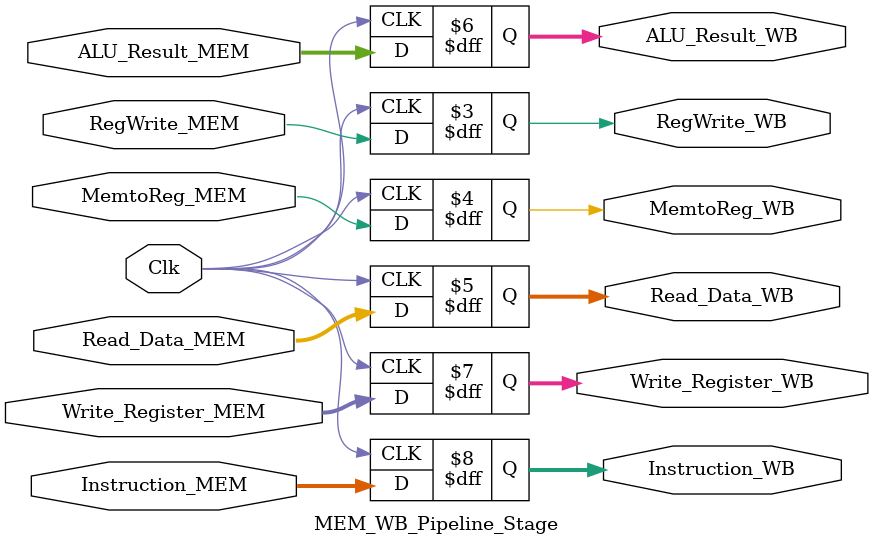
<source format=v>

module MEM_WB_Pipeline_Stage(
			     input 	  Clk,
			    
			     input 	  RegWrite_MEM,
			     input 	  MemtoReg_MEM,
			     input [31:0]	Read_Data_MEM, 
			     input [31:0] ALU_Result_MEM,
			     input [4:0]  Write_Register_MEM,
				  
				  input [31:0]	Instruction_MEM,

			     output reg 	  RegWrite_WB,
			     output reg 	  MemtoReg_WB,
			     output reg [31:0] Read_Data_WB, 
			     output reg [31:0] ALU_Result_WB,
			     output reg [4:0]  Write_Register_WB,
				  
				  output reg [31:0]	Instruction_WB
			     );
				  
   initial begin
		RegWrite_WB 		<= 0;
		MemtoReg_WB 		<= 0;
		Read_Data_WB 		<= 32'd0;
		ALU_Result_WB		<= 32'd0;
		Write_Register_WB	<= 5'd0;
		
		Instruction_WB		<= 32'd0;
	end
	
   always@(posedge Clk) begin
		RegWrite_WB 		<= RegWrite_MEM;
		MemtoReg_WB 		<= MemtoReg_MEM;
		Read_Data_WB 		<= Read_Data_MEM;
		ALU_Result_WB		<= ALU_Result_MEM;
		Write_Register_WB	<= Write_Register_MEM;
		
		Instruction_WB <= Instruction_MEM;
	end //always

endmodule // MEM_WB_Pipeline_Stage

</source>
